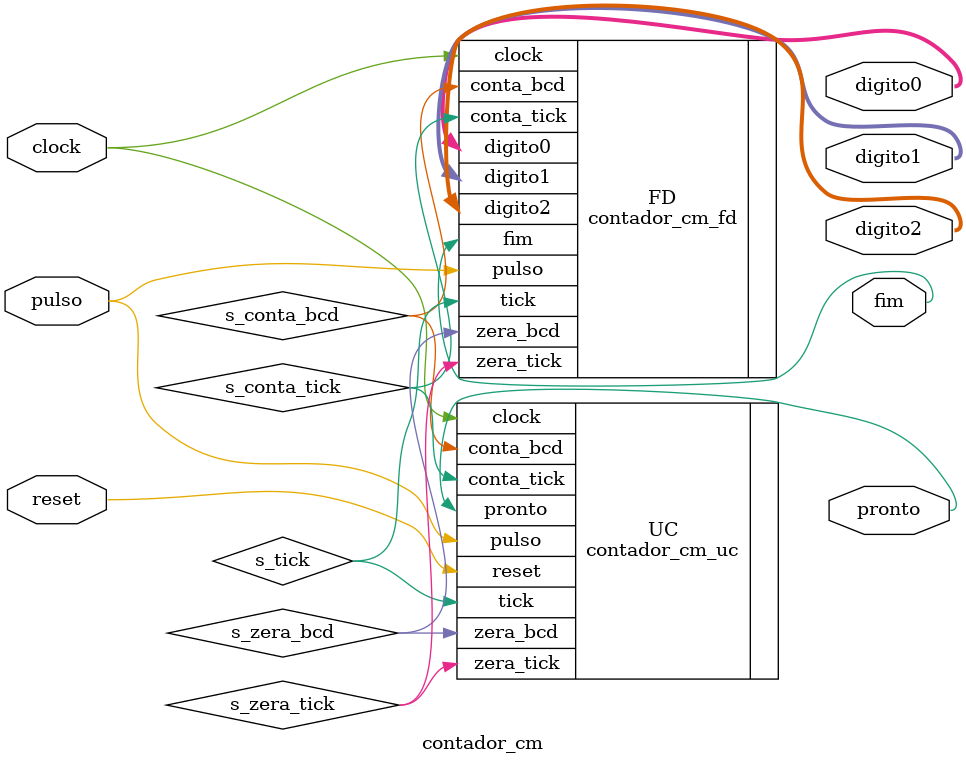
<source format=v>
/* --------------------------------------------------------------------------
 *  Arquivo   : contador_cm.v
 * --------------------------------------------------------------------------
 *  Descricao : componente de contagem de cm 
 *
 *              componente parametrizado em funcao de clocks/cm
 *            
 * --------------------------------------------------------------------------
 *  Revisoes  :
 *      Data        Versao  Autor             Descricao
 *      07/09/2024  1.0     Edson Midorikawa  versao em Verilog
 * --------------------------------------------------------------------------
 */
 
module contador_cm #(
    parameter R = 2941,  // razão de clocks por cm (2941 ciclos para um clock de 50MHz)
    parameter N = 12    // teto(log2(R)=11.52)
) (
    input wire        clock,
    input wire        reset,
    input wire        pulso,
    output wire [3:0] digito0,
    output wire [3:0] digito1,
    output wire [3:0] digito2,
    output wire       fim,
    output wire       pronto
);

    // Sinais internos
    wire s_zera_tick;
    wire s_conta_tick;
    wire s_zera_bcd;
    wire s_conta_bcd;
    wire s_tick;

    // Instanciação do contador_cm_fd
    contador_cm_fd #(
        .R(R), 
        .N(N)
    ) FD (
        .clock     (clock       ),
        .pulso     (pulso       ),
        .zera_tick (s_zera_tick ),
        .conta_tick(s_conta_tick),
        .zera_bcd  (s_zera_bcd  ),
        .conta_bcd (s_conta_bcd ),
        .tick      (s_tick      ),
        .digito0   (digito0     ),
        .digito1   (digito1     ),
        .digito2   (digito2     ),
        .fim       (fim         )
    );

    // Instanciação do contador_cm_uc
    contador_cm_uc UC (
        .clock     (clock       ),
        .reset     (reset       ),
        .pulso     (pulso       ),
        .tick      (s_tick      ),
        .zera_tick (s_zera_tick ),
        .conta_tick(s_conta_tick),
        .zera_bcd  (s_zera_bcd  ),
        .conta_bcd (s_conta_bcd ),
        .pronto    (pronto      )
    );

endmodule
</source>
